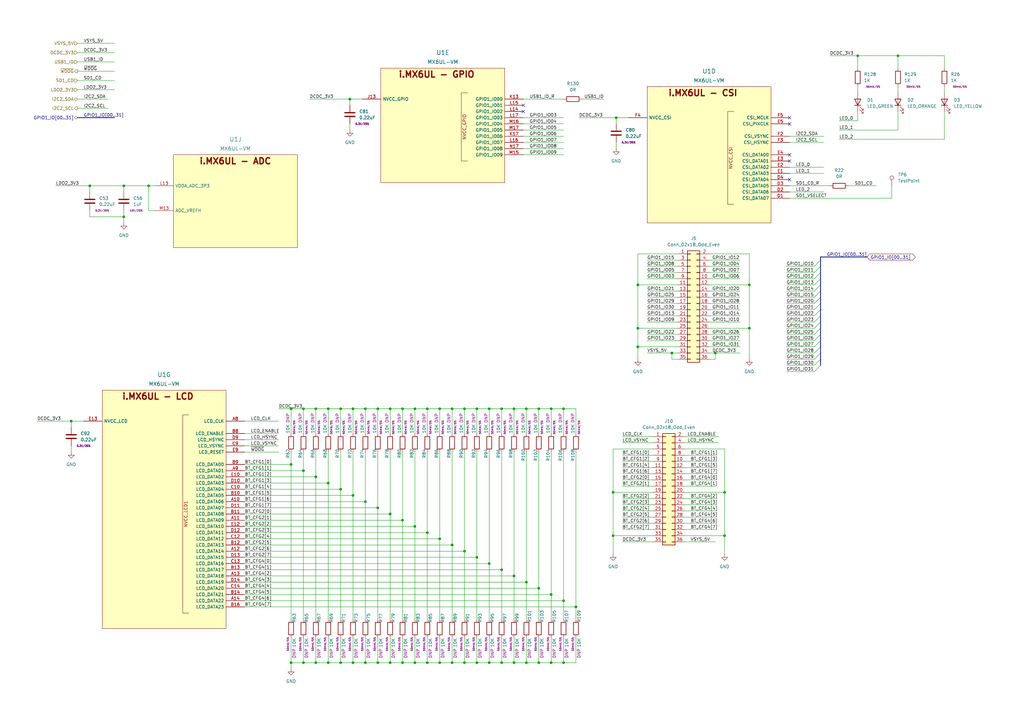
<source format=kicad_sch>
(kicad_sch (version 20211123) (generator eeschema)
  (paper "A3")
  (junction (at 307.34 116.84))
  (junction (at 195.58 271.78))
  (junction (at 154.94 271.78))
  (junction (at 139.7 200.66))
  (junction (at 210.82 271.78))
  (junction (at 231.14 246.38))
  (junction (at 251.46 201.93))
  (junction (at 215.9 167.64))
  (junction (at 139.7 167.64))
  (junction (at 293.37 144.78))
  (junction (at 185.42 167.64))
  (junction (at 351.79 22.86))
  (junction (at 134.62 167.64))
  (junction (at 215.9 271.78))
  (junction (at 275.59 144.78))
  (junction (at 124.46 167.64))
  (junction (at 175.26 271.78))
  (junction (at 143.51 40.64))
  (junction (at 124.46 271.78))
  (junction (at 261.62 134.62))
  (junction (at 170.18 271.78))
  (junction (at 200.66 271.78))
  (junction (at 180.34 220.98))
  (junction (at 226.06 167.64))
  (junction (at 149.86 167.64))
  (junction (at 139.7 271.78))
  (junction (at 185.42 223.52))
  (junction (at 160.02 167.64))
  (junction (at 220.98 271.78))
  (junction (at 231.14 271.78))
  (junction (at 205.74 167.64))
  (junction (at 251.46 219.71))
  (junction (at 144.78 203.2))
  (junction (at 144.78 167.64))
  (junction (at 297.18 201.93))
  (junction (at 226.06 243.84))
  (junction (at 185.42 271.78))
  (junction (at 149.86 271.78))
  (junction (at 200.66 167.64))
  (junction (at 190.5 271.78))
  (junction (at 195.58 167.64))
  (junction (at 215.9 238.76))
  (junction (at 180.34 271.78))
  (junction (at 261.62 116.84))
  (junction (at 205.74 233.68))
  (junction (at 165.1 213.36))
  (junction (at 175.26 218.44))
  (junction (at 252.73 48.26))
  (junction (at 180.34 167.64))
  (junction (at 210.82 167.64))
  (junction (at 119.38 190.5))
  (junction (at 165.1 271.78))
  (junction (at 170.18 167.64))
  (junction (at 231.14 167.64))
  (junction (at 170.18 215.9))
  (junction (at 368.3 22.86))
  (junction (at 200.66 231.14))
  (junction (at 129.54 271.78))
  (junction (at 220.98 167.64))
  (junction (at 220.98 241.3))
  (junction (at 129.54 195.58))
  (junction (at 154.94 208.28))
  (junction (at 144.78 271.78))
  (junction (at 195.58 228.6))
  (junction (at 165.1 167.64))
  (junction (at 160.02 271.78))
  (junction (at 210.82 236.22))
  (junction (at 50.8 76.2))
  (junction (at 261.62 142.24))
  (junction (at 36.83 76.2))
  (junction (at 149.86 205.74))
  (junction (at 190.5 167.64))
  (junction (at 160.02 210.82))
  (junction (at 134.62 198.12))
  (junction (at 60.96 76.2))
  (junction (at 29.21 172.72))
  (junction (at 134.62 271.78))
  (junction (at 50.8 88.9))
  (junction (at 175.26 167.64))
  (junction (at 190.5 226.06))
  (junction (at 154.94 167.64))
  (junction (at 307.34 134.62))
  (junction (at 119.38 271.78))
  (junction (at 119.38 167.64))
  (junction (at 205.74 271.78))
  (junction (at 226.06 271.78))
  (junction (at 129.54 167.64))
  (junction (at 236.22 248.92))
  (junction (at 297.18 219.71))
  (junction (at 124.46 193.04))
  (no_connect (at 323.85 48.26))
  (no_connect (at 323.85 50.8))
  (no_connect (at 323.85 73.66))
  (no_connect (at 323.85 63.5))
  (no_connect (at 323.85 66.04))
  (no_connect (at 214.63 45.72))
  (no_connect (at 214.63 43.18))
  (bus_entry (at 334.01 124.46) (size 2.54 -2.54))
  (bus_entry (at 334.01 116.84) (size 2.54 -2.54))
  (bus_entry (at 334.01 121.92) (size 2.54 -2.54))
  (bus_entry (at 334.01 119.38) (size 2.54 -2.54))
  (bus_entry (at 334.01 114.3) (size 2.54 -2.54))
  (bus_entry (at 334.01 111.76) (size 2.54 -2.54))
  (bus_entry (at 334.01 109.22) (size 2.54 -2.54))
  (bus_entry (at 334.01 127) (size 2.54 -2.54))
  (bus_entry (at 334.01 139.7) (size 2.54 -2.54))
  (bus_entry (at 334.01 137.16) (size 2.54 -2.54))
  (bus_entry (at 334.01 132.08) (size 2.54 -2.54))
  (bus_entry (at 334.01 129.54) (size 2.54 -2.54))
  (bus_entry (at 334.01 134.62) (size 2.54 -2.54))
  (bus_entry (at 334.01 144.78) (size 2.54 -2.54))
  (bus_entry (at 334.01 149.86) (size 2.54 -2.54))
  (bus_entry (at 334.01 142.24) (size 2.54 -2.54))
  (bus_entry (at 334.01 147.32) (size 2.54 -2.54))
  (bus_entry (at 334.01 152.4) (size 2.54 -2.54))
  (wire (pts (xy 280.67 217.17) (xy 293.37 217.17)))
  (wire (pts (xy 290.83 106.68) (xy 303.53 106.68)))
  (wire (pts (xy 175.26 185.42) (xy 175.26 218.44)))
  (wire (pts (xy 322.58 139.7) (xy 334.01 139.7)))
  (wire (pts (xy 252.73 48.26) (xy 257.81 48.26)))
  (wire (pts (xy 231.14 167.64) (xy 231.14 177.8)))
  (bus (pts (xy 355.6 105.41) (xy 336.55 105.41)))
  (wire (pts (xy 50.8 88.9) (xy 36.83 88.9)))
  (wire (pts (xy 36.83 88.9) (xy 36.83 86.36)))
  (wire (pts (xy 251.46 219.71) (xy 251.46 227.33)))
  (wire (pts (xy 185.42 271.78) (xy 190.5 271.78)))
  (wire (pts (xy 185.42 185.42) (xy 185.42 223.52)))
  (wire (pts (xy 139.7 185.42) (xy 139.7 200.66)))
  (wire (pts (xy 200.66 167.64) (xy 200.66 177.8)))
  (wire (pts (xy 100.33 246.38) (xy 231.14 246.38)))
  (wire (pts (xy 220.98 167.64) (xy 226.06 167.64)))
  (wire (pts (xy 351.79 45.72) (xy 351.79 49.53)))
  (wire (pts (xy 160.02 271.78) (xy 160.02 261.62)))
  (wire (pts (xy 261.62 104.14) (xy 261.62 116.84)))
  (wire (pts (xy 100.33 177.8) (xy 114.3 177.8)))
  (wire (pts (xy 100.33 210.82) (xy 160.02 210.82)))
  (wire (pts (xy 124.46 271.78) (xy 124.46 261.62)))
  (wire (pts (xy 149.86 271.78) (xy 149.86 261.62)))
  (wire (pts (xy 195.58 167.64) (xy 195.58 177.8)))
  (wire (pts (xy 255.27 212.09) (xy 267.97 212.09)))
  (wire (pts (xy 165.1 271.78) (xy 170.18 271.78)))
  (wire (pts (xy 31.75 33.02) (xy 46.99 33.02)))
  (wire (pts (xy 290.83 116.84) (xy 307.34 116.84)))
  (wire (pts (xy 280.67 199.39) (xy 293.37 199.39)))
  (wire (pts (xy 114.3 167.64) (xy 119.38 167.64)))
  (wire (pts (xy 100.33 218.44) (xy 175.26 218.44)))
  (wire (pts (xy 214.63 50.8) (xy 231.14 50.8)))
  (wire (pts (xy 119.38 271.78) (xy 119.38 274.32)))
  (wire (pts (xy 139.7 271.78) (xy 144.78 271.78)))
  (wire (pts (xy 278.13 147.32) (xy 275.59 147.32)))
  (wire (pts (xy 190.5 185.42) (xy 190.5 226.06)))
  (wire (pts (xy 214.63 58.42) (xy 231.14 58.42)))
  (wire (pts (xy 210.82 254) (xy 210.82 236.22)))
  (wire (pts (xy 231.14 167.64) (xy 236.22 167.64)))
  (wire (pts (xy 170.18 271.78) (xy 170.18 261.62)))
  (wire (pts (xy 180.34 254) (xy 180.34 220.98)))
  (wire (pts (xy 290.83 144.78) (xy 293.37 144.78)))
  (wire (pts (xy 149.86 185.42) (xy 149.86 205.74)))
  (wire (pts (xy 231.14 271.78) (xy 231.14 261.62)))
  (wire (pts (xy 322.58 127) (xy 334.01 127)))
  (wire (pts (xy 127 40.64) (xy 143.51 40.64)))
  (wire (pts (xy 322.58 132.08) (xy 334.01 132.08)))
  (wire (pts (xy 119.38 167.64) (xy 119.38 177.8)))
  (wire (pts (xy 180.34 167.64) (xy 180.34 177.8)))
  (wire (pts (xy 210.82 167.64) (xy 210.82 177.8)))
  (wire (pts (xy 322.58 109.22) (xy 334.01 109.22)))
  (wire (pts (xy 50.8 88.9) (xy 50.8 91.44)))
  (wire (pts (xy 50.8 86.36) (xy 50.8 88.9)))
  (wire (pts (xy 226.06 185.42) (xy 226.06 243.84)))
  (wire (pts (xy 100.33 213.36) (xy 165.1 213.36)))
  (wire (pts (xy 322.58 119.38) (xy 334.01 119.38)))
  (wire (pts (xy 22.86 76.2) (xy 36.83 76.2)))
  (wire (pts (xy 160.02 271.78) (xy 165.1 271.78)))
  (wire (pts (xy 175.26 167.64) (xy 180.34 167.64)))
  (wire (pts (xy 226.06 167.64) (xy 231.14 167.64)))
  (wire (pts (xy 190.5 167.64) (xy 190.5 177.8)))
  (wire (pts (xy 280.67 214.63) (xy 293.37 214.63)))
  (wire (pts (xy 236.22 167.64) (xy 236.22 177.8)))
  (wire (pts (xy 143.51 50.8) (xy 143.51 53.34)))
  (wire (pts (xy 255.27 196.85) (xy 267.97 196.85)))
  (wire (pts (xy 215.9 271.78) (xy 220.98 271.78)))
  (wire (pts (xy 231.14 254) (xy 231.14 246.38)))
  (wire (pts (xy 143.51 40.64) (xy 148.59 40.64)))
  (wire (pts (xy 280.67 222.25) (xy 293.37 222.25)))
  (wire (pts (xy 293.37 144.78) (xy 293.37 147.32)))
  (bus (pts (xy 31.75 48.26) (xy 46.99 48.26)))
  (wire (pts (xy 226.06 254) (xy 226.06 243.84)))
  (wire (pts (xy 144.78 167.64) (xy 144.78 177.8)))
  (wire (pts (xy 220.98 271.78) (xy 220.98 261.62)))
  (wire (pts (xy 290.83 129.54) (xy 303.53 129.54)))
  (wire (pts (xy 100.33 238.76) (xy 215.9 238.76)))
  (wire (pts (xy 220.98 271.78) (xy 226.06 271.78)))
  (wire (pts (xy 368.3 45.72) (xy 368.3 53.34)))
  (wire (pts (xy 144.78 271.78) (xy 144.78 261.62)))
  (wire (pts (xy 290.83 132.08) (xy 303.53 132.08)))
  (wire (pts (xy 226.06 167.64) (xy 226.06 177.8)))
  (bus (pts (xy 336.55 139.7) (xy 336.55 142.24)))
  (wire (pts (xy 226.06 271.78) (xy 231.14 271.78)))
  (wire (pts (xy 100.33 231.14) (xy 200.66 231.14)))
  (wire (pts (xy 129.54 185.42) (xy 129.54 195.58)))
  (wire (pts (xy 175.26 271.78) (xy 180.34 271.78)))
  (wire (pts (xy 215.9 167.64) (xy 215.9 177.8)))
  (wire (pts (xy 31.75 29.21) (xy 46.99 29.21)))
  (wire (pts (xy 154.94 167.64) (xy 154.94 177.8)))
  (wire (pts (xy 280.67 179.07) (xy 294.64 179.07)))
  (wire (pts (xy 280.67 186.69) (xy 293.37 186.69)))
  (wire (pts (xy 322.58 137.16) (xy 334.01 137.16)))
  (wire (pts (xy 29.21 182.88) (xy 29.21 185.42)))
  (wire (pts (xy 322.58 121.92) (xy 334.01 121.92)))
  (wire (pts (xy 190.5 271.78) (xy 195.58 271.78)))
  (wire (pts (xy 175.26 167.64) (xy 175.26 177.8)))
  (wire (pts (xy 280.67 219.71) (xy 297.18 219.71)))
  (wire (pts (xy 368.3 22.86) (xy 387.35 22.86)))
  (wire (pts (xy 265.43 132.08) (xy 278.13 132.08)))
  (wire (pts (xy 200.66 254) (xy 200.66 231.14)))
  (wire (pts (xy 280.67 194.31) (xy 293.37 194.31)))
  (wire (pts (xy 255.27 186.69) (xy 267.97 186.69)))
  (wire (pts (xy 119.38 261.62) (xy 119.38 271.78)))
  (wire (pts (xy 100.33 241.3) (xy 220.98 241.3)))
  (wire (pts (xy 255.27 217.17) (xy 267.97 217.17)))
  (wire (pts (xy 280.67 184.15) (xy 297.18 184.15)))
  (wire (pts (xy 195.58 185.42) (xy 195.58 228.6)))
  (wire (pts (xy 50.8 76.2) (xy 50.8 78.74)))
  (wire (pts (xy 255.27 181.61) (xy 267.97 181.61)))
  (wire (pts (xy 190.5 271.78) (xy 190.5 261.62)))
  (wire (pts (xy 214.63 55.88) (xy 231.14 55.88)))
  (wire (pts (xy 261.62 116.84) (xy 261.62 134.62)))
  (wire (pts (xy 280.67 201.93) (xy 297.18 201.93)))
  (wire (pts (xy 251.46 201.93) (xy 267.97 201.93)))
  (bus (pts (xy 336.55 106.68) (xy 336.55 109.22)))
  (wire (pts (xy 31.75 40.64) (xy 44.45 40.64)))
  (wire (pts (xy 100.33 200.66) (xy 139.7 200.66)))
  (wire (pts (xy 154.94 254) (xy 154.94 208.28)))
  (wire (pts (xy 344.17 49.53) (xy 351.79 49.53)))
  (wire (pts (xy 210.82 271.78) (xy 210.82 261.62)))
  (wire (pts (xy 31.75 21.59) (xy 46.99 21.59)))
  (wire (pts (xy 15.24 172.72) (xy 29.21 172.72)))
  (bus (pts (xy 336.55 105.41) (xy 336.55 106.68)))
  (wire (pts (xy 124.46 167.64) (xy 124.46 177.8)))
  (wire (pts (xy 100.33 203.2) (xy 144.78 203.2)))
  (wire (pts (xy 119.38 190.5) (xy 119.38 185.42)))
  (wire (pts (xy 144.78 271.78) (xy 149.86 271.78)))
  (wire (pts (xy 265.43 119.38) (xy 278.13 119.38)))
  (wire (pts (xy 149.86 167.64) (xy 154.94 167.64)))
  (bus (pts (xy 336.55 124.46) (xy 336.55 127)))
  (wire (pts (xy 290.83 142.24) (xy 303.53 142.24)))
  (wire (pts (xy 293.37 144.78) (xy 303.53 144.78)))
  (wire (pts (xy 129.54 254) (xy 129.54 195.58)))
  (wire (pts (xy 255.27 204.47) (xy 267.97 204.47)))
  (wire (pts (xy 231.14 185.42) (xy 231.14 246.38)))
  (wire (pts (xy 200.66 271.78) (xy 200.66 261.62)))
  (wire (pts (xy 31.75 36.83) (xy 46.99 36.83)))
  (wire (pts (xy 214.63 40.64) (xy 231.14 40.64)))
  (wire (pts (xy 100.33 223.52) (xy 185.42 223.52)))
  (wire (pts (xy 278.13 144.78) (xy 275.59 144.78)))
  (wire (pts (xy 149.86 167.64) (xy 149.86 177.8)))
  (wire (pts (xy 265.43 106.68) (xy 278.13 106.68)))
  (wire (pts (xy 154.94 271.78) (xy 160.02 271.78)))
  (wire (pts (xy 215.9 185.42) (xy 215.9 238.76)))
  (wire (pts (xy 205.74 185.42) (xy 205.74 233.68)))
  (wire (pts (xy 160.02 167.64) (xy 165.1 167.64)))
  (bus (pts (xy 336.55 119.38) (xy 336.55 121.92)))
  (wire (pts (xy 100.33 195.58) (xy 129.54 195.58)))
  (wire (pts (xy 323.85 81.28) (xy 365.76 81.28)))
  (wire (pts (xy 154.94 271.78) (xy 154.94 261.62)))
  (wire (pts (xy 387.35 57.15) (xy 387.35 45.72)))
  (wire (pts (xy 195.58 271.78) (xy 195.58 261.62)))
  (wire (pts (xy 290.83 109.22) (xy 303.53 109.22)))
  (wire (pts (xy 149.86 271.78) (xy 154.94 271.78)))
  (wire (pts (xy 251.46 201.93) (xy 251.46 219.71)))
  (wire (pts (xy 265.43 109.22) (xy 278.13 109.22)))
  (wire (pts (xy 190.5 254) (xy 190.5 226.06)))
  (wire (pts (xy 265.43 129.54) (xy 278.13 129.54)))
  (wire (pts (xy 205.74 271.78) (xy 210.82 271.78)))
  (wire (pts (xy 124.46 193.04) (xy 100.33 193.04)))
  (wire (pts (xy 347.98 76.2) (xy 359.41 76.2)))
  (wire (pts (xy 185.42 254) (xy 185.42 223.52)))
  (wire (pts (xy 200.66 185.42) (xy 200.66 231.14)))
  (bus (pts (xy 336.55 111.76) (xy 336.55 114.3)))
  (wire (pts (xy 322.58 124.46) (xy 334.01 124.46)))
  (wire (pts (xy 351.79 22.86) (xy 351.79 27.94)))
  (wire (pts (xy 322.58 129.54) (xy 334.01 129.54)))
  (wire (pts (xy 255.27 179.07) (xy 267.97 179.07)))
  (wire (pts (xy 351.79 22.86) (xy 368.3 22.86)))
  (wire (pts (xy 63.5 86.36) (xy 60.96 86.36)))
  (wire (pts (xy 60.96 76.2) (xy 60.96 86.36)))
  (wire (pts (xy 322.58 114.3) (xy 334.01 114.3)))
  (wire (pts (xy 323.85 55.88) (xy 337.82 55.88)))
  (wire (pts (xy 214.63 63.5) (xy 231.14 63.5)))
  (wire (pts (xy 144.78 185.42) (xy 144.78 203.2)))
  (wire (pts (xy 220.98 185.42) (xy 220.98 241.3)))
  (wire (pts (xy 100.33 182.88) (xy 114.3 182.88)))
  (wire (pts (xy 149.86 254) (xy 149.86 205.74)))
  (wire (pts (xy 180.34 185.42) (xy 180.34 220.98)))
  (wire (pts (xy 165.1 185.42) (xy 165.1 213.36)))
  (wire (pts (xy 205.74 167.64) (xy 210.82 167.64)))
  (wire (pts (xy 100.33 208.28) (xy 154.94 208.28)))
  (wire (pts (xy 160.02 185.42) (xy 160.02 210.82)))
  (wire (pts (xy 119.38 271.78) (xy 124.46 271.78)))
  (wire (pts (xy 275.59 144.78) (xy 275.59 147.32)))
  (bus (pts (xy 336.55 137.16) (xy 336.55 139.7)))
  (wire (pts (xy 160.02 254) (xy 160.02 210.82)))
  (wire (pts (xy 237.49 48.26) (xy 252.73 48.26)))
  (wire (pts (xy 261.62 142.24) (xy 278.13 142.24)))
  (wire (pts (xy 205.74 167.64) (xy 205.74 177.8)))
  (wire (pts (xy 175.26 254) (xy 175.26 218.44)))
  (wire (pts (xy 139.7 254) (xy 139.7 200.66)))
  (wire (pts (xy 344.17 57.15) (xy 387.35 57.15)))
  (bus (pts (xy 336.55 116.84) (xy 336.55 119.38)))
  (wire (pts (xy 255.27 199.39) (xy 267.97 199.39)))
  (wire (pts (xy 290.83 134.62) (xy 307.34 134.62)))
  (wire (pts (xy 265.43 124.46) (xy 278.13 124.46)))
  (wire (pts (xy 100.33 243.84) (xy 226.06 243.84)))
  (wire (pts (xy 307.34 104.14) (xy 307.34 116.84)))
  (wire (pts (xy 280.67 196.85) (xy 293.37 196.85)))
  (wire (pts (xy 261.62 134.62) (xy 278.13 134.62)))
  (wire (pts (xy 29.21 175.26) (xy 29.21 172.72)))
  (wire (pts (xy 307.34 134.62) (xy 307.34 147.32)))
  (wire (pts (xy 323.85 58.42) (xy 337.82 58.42)))
  (wire (pts (xy 185.42 167.64) (xy 190.5 167.64)))
  (wire (pts (xy 100.33 233.68) (xy 205.74 233.68)))
  (wire (pts (xy 210.82 185.42) (xy 210.82 236.22)))
  (wire (pts (xy 154.94 185.42) (xy 154.94 208.28)))
  (wire (pts (xy 100.33 228.6) (xy 195.58 228.6)))
  (wire (pts (xy 290.83 121.92) (xy 303.53 121.92)))
  (wire (pts (xy 322.58 147.32) (xy 334.01 147.32)))
  (wire (pts (xy 322.58 144.78) (xy 334.01 144.78)))
  (bus (pts (xy 336.55 144.78) (xy 336.55 147.32)))
  (wire (pts (xy 100.33 185.42) (xy 114.3 185.42)))
  (wire (pts (xy 220.98 254) (xy 220.98 241.3)))
  (wire (pts (xy 280.67 212.09) (xy 293.37 212.09)))
  (wire (pts (xy 170.18 167.64) (xy 170.18 177.8)))
  (wire (pts (xy 322.58 149.86) (xy 334.01 149.86)))
  (wire (pts (xy 124.46 167.64) (xy 129.54 167.64)))
  (wire (pts (xy 322.58 152.4) (xy 334.01 152.4)))
  (wire (pts (xy 255.27 214.63) (xy 267.97 214.63)))
  (wire (pts (xy 280.67 189.23) (xy 293.37 189.23)))
  (wire (pts (xy 170.18 167.64) (xy 175.26 167.64)))
  (wire (pts (xy 265.43 114.3) (xy 278.13 114.3)))
  (wire (pts (xy 31.75 17.78) (xy 46.99 17.78)))
  (wire (pts (xy 255.27 194.31) (xy 267.97 194.31)))
  (wire (pts (xy 368.3 22.86) (xy 368.3 27.94)))
  (wire (pts (xy 368.3 35.56) (xy 368.3 38.1)))
  (wire (pts (xy 214.63 60.96) (xy 231.14 60.96)))
  (wire (pts (xy 251.46 184.15) (xy 251.46 201.93)))
  (wire (pts (xy 290.83 139.7) (xy 303.53 139.7)))
  (wire (pts (xy 144.78 167.64) (xy 149.86 167.64)))
  (wire (pts (xy 214.63 48.26) (xy 231.14 48.26)))
  (wire (pts (xy 100.33 172.72) (xy 114.3 172.72)))
  (wire (pts (xy 323.85 78.74) (xy 337.82 78.74)))
  (wire (pts (xy 185.42 271.78) (xy 185.42 261.62)))
  (wire (pts (xy 297.18 219.71) (xy 297.18 227.33)))
  (wire (pts (xy 160.02 167.64) (xy 160.02 177.8)))
  (wire (pts (xy 215.9 271.78) (xy 215.9 261.62)))
  (wire (pts (xy 290.83 114.3) (xy 303.53 114.3)))
  (wire (pts (xy 261.62 134.62) (xy 261.62 142.24)))
  (wire (pts (xy 365.76 76.2) (xy 365.76 81.28)))
  (wire (pts (xy 165.1 167.64) (xy 165.1 177.8)))
  (wire (pts (xy 100.33 215.9) (xy 170.18 215.9)))
  (wire (pts (xy 290.83 147.32) (xy 293.37 147.32)))
  (wire (pts (xy 175.26 271.78) (xy 175.26 261.62)))
  (wire (pts (xy 236.22 248.92) (xy 236.22 254)))
  (wire (pts (xy 129.54 167.64) (xy 134.62 167.64)))
  (wire (pts (xy 100.33 220.98) (xy 180.34 220.98)))
  (wire (pts (xy 280.67 207.01) (xy 293.37 207.01)))
  (wire (pts (xy 210.82 167.64) (xy 215.9 167.64)))
  (wire (pts (xy 261.62 116.84) (xy 278.13 116.84)))
  (wire (pts (xy 119.38 254) (xy 119.38 190.5)))
  (wire (pts (xy 134.62 167.64) (xy 134.62 177.8)))
  (wire (pts (xy 265.43 127) (xy 278.13 127)))
  (wire (pts (xy 165.1 254) (xy 165.1 213.36)))
  (wire (pts (xy 251.46 219.71) (xy 267.97 219.71)))
  (wire (pts (xy 255.27 189.23) (xy 267.97 189.23)))
  (wire (pts (xy 134.62 185.42) (xy 134.62 198.12)))
  (bus (pts (xy 336.55 132.08) (xy 336.55 134.62)))
  (bus (pts (xy 336.55 134.62) (xy 336.55 137.16)))
  (wire (pts (xy 29.21 172.72) (xy 34.29 172.72)))
  (wire (pts (xy 170.18 254) (xy 170.18 215.9)))
  (bus (pts (xy 336.55 127) (xy 336.55 129.54)))
  (wire (pts (xy 154.94 167.64) (xy 160.02 167.64)))
  (wire (pts (xy 180.34 271.78) (xy 180.34 261.62)))
  (wire (pts (xy 100.33 226.06) (xy 190.5 226.06)))
  (wire (pts (xy 205.74 271.78) (xy 205.74 261.62)))
  (wire (pts (xy 134.62 271.78) (xy 134.62 261.62)))
  (wire (pts (xy 214.63 53.34) (xy 231.14 53.34)))
  (wire (pts (xy 195.58 167.64) (xy 200.66 167.64)))
  (wire (pts (xy 323.85 68.58) (xy 337.82 68.58)))
  (wire (pts (xy 143.51 43.18) (xy 143.51 40.64)))
  (wire (pts (xy 252.73 58.42) (xy 252.73 60.96)))
  (wire (pts (xy 190.5 167.64) (xy 195.58 167.64)))
  (wire (pts (xy 297.18 201.93) (xy 297.18 219.71)))
  (wire (pts (xy 129.54 271.78) (xy 129.54 261.62)))
  (wire (pts (xy 200.66 167.64) (xy 205.74 167.64)))
  (wire (pts (xy 280.67 209.55) (xy 293.37 209.55)))
  (wire (pts (xy 265.43 121.92) (xy 278.13 121.92)))
  (wire (pts (xy 170.18 185.42) (xy 170.18 215.9)))
  (wire (pts (xy 297.18 184.15) (xy 297.18 201.93)))
  (wire (pts (xy 280.67 191.77) (xy 293.37 191.77)))
  (wire (pts (xy 255.27 191.77) (xy 267.97 191.77)))
  (bus (pts (xy 336.55 114.3) (xy 336.55 116.84)))
  (wire (pts (xy 180.34 167.64) (xy 185.42 167.64)))
  (wire (pts (xy 323.85 71.12) (xy 337.82 71.12)))
  (bus (pts (xy 336.55 121.92) (xy 336.55 124.46)))
  (wire (pts (xy 170.18 271.78) (xy 175.26 271.78)))
  (wire (pts (xy 220.98 167.64) (xy 220.98 177.8)))
  (wire (pts (xy 119.38 167.64) (xy 124.46 167.64)))
  (wire (pts (xy 387.35 22.86) (xy 387.35 27.94)))
  (bus (pts (xy 336.55 147.32) (xy 336.55 149.86)))
  (wire (pts (xy 340.36 22.86) (xy 351.79 22.86)))
  (wire (pts (xy 236.22 185.42) (xy 236.22 248.92)))
  (wire (pts (xy 322.58 134.62) (xy 334.01 134.62)))
  (wire (pts (xy 226.06 271.78) (xy 226.06 261.62)))
  (wire (pts (xy 238.76 40.64) (xy 247.65 40.64)))
  (wire (pts (xy 205.74 254) (xy 205.74 233.68)))
  (wire (pts (xy 322.58 111.76) (xy 334.01 111.76)))
  (wire (pts (xy 134.62 254) (xy 134.62 198.12)))
  (wire (pts (xy 261.62 104.14) (xy 278.13 104.14)))
  (wire (pts (xy 290.83 111.76) (xy 303.53 111.76)))
  (wire (pts (xy 124.46 185.42) (xy 124.46 193.04)))
  (wire (pts (xy 387.35 35.56) (xy 387.35 38.1)))
  (wire (pts (xy 180.34 271.78) (xy 185.42 271.78)))
  (wire (pts (xy 139.7 167.64) (xy 139.7 177.8)))
  (wire (pts (xy 195.58 254) (xy 195.58 228.6)))
  (wire (pts (xy 275.59 144.78) (xy 265.43 144.78)))
  (wire (pts (xy 290.83 124.46) (xy 303.53 124.46)))
  (wire (pts (xy 261.62 142.24) (xy 261.62 147.32)))
  (wire (pts (xy 134.62 167.64) (xy 139.7 167.64)))
  (wire (pts (xy 323.85 76.2) (xy 340.36 76.2)))
  (wire (pts (xy 251.46 184.15) (xy 267.97 184.15)))
  (wire (pts (xy 255.27 222.25) (xy 267.97 222.25)))
  (wire (pts (xy 322.58 116.84) (xy 334.01 116.84)))
  (wire (pts (xy 134.62 271.78) (xy 139.7 271.78)))
  (wire (pts (xy 100.33 236.22) (xy 210.82 236.22)))
  (wire (pts (xy 255.27 209.55) (xy 267.97 209.55)))
  (wire (pts (xy 255.27 207.01) (xy 267.97 207.01)))
  (bus (pts (xy 336.55 109.22) (xy 336.55 111.76)))
  (wire (pts (xy 200.66 271.78) (xy 205.74 271.78)))
  (wire (pts (xy 165.1 271.78) (xy 165.1 261.62)))
  (wire (pts (xy 231.14 271.78) (xy 236.22 271.78)))
  (wire (pts (xy 344.17 53.34) (xy 368.3 53.34)))
  (wire (pts (xy 215.9 254) (xy 215.9 238.76)))
  (wire (pts (xy 129.54 167.64) (xy 129.54 177.8)))
  (wire (pts (xy 124.46 254) (xy 124.46 193.04)))
  (wire (pts (xy 144.78 254) (xy 144.78 203.2)))
  (wire (pts (xy 351.79 35.56) (xy 351.79 38.1)))
  (wire (pts (xy 139.7 271.78) (xy 139.7 261.62)))
  (wire (pts (xy 31.75 25.4) (xy 46.99 25.4)))
  (wire (pts (xy 139.7 167.64) (xy 144.78 167.64)))
  (wire (pts (xy 63.5 76.2) (xy 60.96 76.2)))
  (wire (pts (xy 50.8 76.2) (xy 36.83 76.2)))
  (wire (pts (xy 36.83 76.2) (xy 36.83 78.74)))
  (wire (pts (xy 60.96 76.2) (xy 50.8 76.2)))
  (wire (pts (xy 290.83 137.16) (xy 303.53 137.16)))
  (wire (pts (xy 215.9 167.64) (xy 220.98 167.64)))
  (bus (pts (xy 336.55 129.54) (xy 336.55 132.08)))
  (wire (pts (xy 124.46 271.78) (xy 129.54 271.78)))
  (wire (pts (xy 290.83 104.14) (xy 307.34 104.14)))
  (wire (pts (xy 195.58 271.78) (xy 200.66 271.78)))
  (wire (pts (xy 165.1 167.64) (xy 170.18 167.64)))
  (wire (pts (xy 290.83 127) (xy 303.53 127)))
  (wire (pts (xy 252.73 50.8) (xy 252.73 48.26)))
  (wire (pts (xy 185.42 167.64) (xy 185.42 177.8)))
  (wire (pts (xy 290.83 119.38) (xy 303.53 119.38)))
  (wire (pts (xy 280.67 204.47) (xy 293.37 204.47)))
  (wire (pts (xy 280.67 181.61) (xy 294.64 181.61)))
  (wire (pts (xy 31.75 44.45) (xy 44.45 44.45)))
  (wire (pts (xy 236.22 271.78) (xy 236.22 261.62)))
  (wire (pts (xy 307.34 116.84) (xy 307.34 134.62)))
  (wire (pts (xy 265.43 111.76) (xy 278.13 111.76)))
  (wire (pts (xy 100.33 180.34) (xy 114.3 180.34)))
  (wire (pts (xy 210.82 271.78) (xy 215.9 271.78)))
  (wire (pts (xy 265.43 139.7) (xy 278.13 139.7)))
  (wire (pts (xy 129.54 271.78) (xy 134.62 271.78)))
  (wire (pts (xy 100.33 205.74) (xy 149.86 205.74)))
  (wire (pts (xy 100.33 190.5) (xy 119.38 190.5)))
  (wire (pts (xy 265.43 137.16) (xy 278.13 137.16)))
  (wire (pts (xy 100.33 248.92) (xy 236.22 248.92)))
  (wire (pts (xy 322.58 142.24) (xy 334.01 142.24)))
  (wire (pts (xy 100.33 198.12) (xy 134.62 198.12)))
  (bus (pts (xy 336.55 142.24) (xy 336.55 144.78)))
  (label "GPIO1_IO10" (at 292.1 132.08 0))
  (label "LED_1" (at 344.17 53.34 0))
  (label "GPIO1_IO09" (at 265.43 132.08 0))
  (label "GPIO1_IO24" (at 292.1 121.92 0))
  (label "GPIO1_IO23" (at 265.43 139.7 0))
  (label "GPIO1_IO03" (at 217.17 48.26 0))
  (label "GPIO1_IO27" (at 322.58 142.24 0))
  (label "GPIO1_IO14" (at 322.58 119.38 0))
  (label "BT_CFG2[5]" (at 255.27 212.09 0))
  (label "BT_CFG2[6]" (at 100.33 226.06 0))
  (label "LED_2" (at 326.39 78.74 0))
  (label "DCDC_3V3" (at 340.36 22.86 0))
  (label "GPIO1_IO24" (at 322.58 134.62 0))
  (label "GPIO1_IO30" (at 322.58 149.86 0))
  (label "GPIO1_IO22" (at 322.58 129.54 0))
  (label "SD1_CD_R" (at 326.39 76.2 0))
  (label "GPIO1_IO20" (at 322.58 124.46 0))
  (label "LED_2" (at 344.17 57.15 0))
  (label "GPIO1_IO13" (at 322.58 116.84 0))
  (label "BT_CFG1[2]" (at 255.27 189.23 0))
  (label "BT_CFG4[6]" (at 283.21 214.63 0))
  (label "USB1_ID_R" (at 217.17 40.64 0))
  (label "BT_CFG1[4]" (at 100.33 200.66 0))
  (label "BT_CFG4[0]" (at 283.21 196.85 0))
  (label "GPIO1_IO30" (at 265.43 127 0))
  (label "GPIO1_IO11" (at 292.1 127 0))
  (label "BT_CFG2[3]" (at 255.27 207.01 0))
  (label "BT_CFG1[0]" (at 100.33 190.5 0))
  (label "BT_CFG4[2]" (at 283.21 204.47 0))
  (label "GPIO1_IO21" (at 265.43 119.38 0))
  (label "GPIO1_IO11" (at 322.58 111.76 0))
  (label "I2C2_SCL" (at 326.39 58.42 0))
  (label "BT_CFG4[7]" (at 100.33 248.92 0))
  (label "BT_CFG4[2]" (at 100.33 236.22 0))
  (label "BT_CFG2[7]" (at 100.33 228.6 0))
  (label "GPIO1_IO12" (at 322.58 114.3 0))
  (label "BT_CFG4[1]" (at 100.33 233.68 0))
  (label "GPIO1_IO29" (at 322.58 147.32 0))
  (label "GPIO1_IO20" (at 292.1 119.38 0))
  (label "GPIO1_IO29" (at 265.43 124.46 0))
  (label "GPIO1_IO04" (at 292.1 109.22 0))
  (label "GPIO1_IO13" (at 265.43 129.54 0))
  (label "USB1_ID" (at 34.29 25.4 0))
  (label "BT_CFG4[5]" (at 100.33 243.84 0))
  (label "BT_CFG2[7]" (at 255.27 217.17 0))
  (label "~{WDOG}" (at 34.29 29.21 0))
  (label "BT_CFG4[3]" (at 100.33 238.76 0))
  (label "BT_CFG2[4]" (at 100.33 220.98 0))
  (label "BT_CFG1[6]" (at 100.33 205.74 0))
  (label "BT_CFG1[5]" (at 100.33 203.2 0))
  (label "GPIO1_IO09" (at 217.17 63.5 0))
  (label "BT_CFG4[7]" (at 283.21 217.17 0))
  (label "BT_CFG2[1]" (at 255.27 199.39 0))
  (label "BT_CFG1[2]" (at 100.33 195.58 0))
  (label "GPIO1_IO15" (at 265.43 106.68 0))
  (label "GPIO1_IO31" (at 292.1 142.24 0))
  (label "GPIO1_IO12" (at 292.1 106.68 0))
  (label "GPIO1_IO23" (at 322.58 132.08 0))
  (label "LCD_HSYNC" (at 102.87 180.34 0))
  (label "BT_CFG4[5]" (at 283.21 212.09 0))
  (label "GPIO1_IO14" (at 292.1 129.54 0))
  (label "BT_CFG2[0]" (at 255.27 196.85 0))
  (label "BT_CFG2[2]" (at 255.27 204.47 0))
  (label "GPIO1_IO28" (at 322.58 144.78 0))
  (label "BT_CFG2[0]" (at 100.33 210.82 0))
  (label "GPIO1_IO22" (at 265.43 137.16 0))
  (label "VSYS_5V" (at 265.43 144.78 0))
  (label "GPIO1_IO31" (at 322.58 152.4 0))
  (label "GPIO1_IO08" (at 217.17 60.96 0))
  (label "BT_CFG2[4]" (at 255.27 209.55 0))
  (label "SD1_CD" (at 34.29 33.02 0))
  (label "DCDC_3V3" (at 15.24 172.72 0))
  (label "LED_0" (at 344.17 49.53 0))
  (label "GPIO1_IO26" (at 292.1 137.16 0))
  (label "SD1_VSELECT" (at 326.39 81.28 0))
  (label "BT_CFG1[1]" (at 283.21 186.69 0))
  (label "BT_CFG1[7]" (at 100.33 208.28 0))
  (label "GPIO1_IO05" (at 217.17 53.34 0))
  (label "BT_CFG2[3]" (at 100.33 218.44 0))
  (label "GPIO1_IO05" (at 265.43 111.76 0))
  (label "BT_CFG1[1]" (at 100.33 193.04 0))
  (label "GPIO1_IO25" (at 322.58 137.16 0))
  (label "LED_1" (at 326.39 71.12 0))
  (label "~{WDOG}" (at 102.87 185.42 0))
  (label "BT_CFG1[4]" (at 255.27 191.77 0))
  (label "I2C2_SDA" (at 34.29 40.64 0))
  (label "GPIO1_IO25" (at 265.43 121.92 0))
  (label "LCD_CLK" (at 102.87 172.72 0))
  (label "LDO2_3V3" (at 22.86 76.2 0))
  (label "SD1_CD" (at 350.52 76.2 0))
  (label "BT_CFG4[0]" (at 100.33 231.14 0))
  (label "GPIO1_IO06" (at 217.17 55.88 0))
  (label "I2C2_SCL" (at 34.29 44.45 0))
  (label "BT_CFG1[7]" (at 283.21 194.31 0))
  (label "BT_CFG2[2]" (at 100.33 215.9 0))
  (label "LCD_CLK" (at 255.27 179.07 0))
  (label "LCD_VSYNC" (at 102.87 182.88 0))
  (label "BT_CFG4[6]" (at 100.33 246.38 0))
  (label "BT_CFG1[5]" (at 283.21 191.77 0))
  (label "LCD_ENABLE" (at 281.94 179.07 0))
  (label "I2C2_SDA" (at 326.39 55.88 0))
  (label "BT_CFG4[1]" (at 283.21 199.39 0))
  (label "DCDC_3V3" (at 127 40.64 0))
  (label "GPIO1_IO03" (at 265.43 114.3 0))
  (label "LCD_VSYNC" (at 255.27 181.61 0))
  (label "GPIO1_IO07" (at 292.1 111.76 0))
  (label "LCD_ENABLE" (at 102.87 177.8 0))
  (label "DCDC_3V3" (at 237.49 48.26 0))
  (label "BT_CFG4[4]" (at 100.33 241.3 0))
  (label "LDO2_3V3" (at 34.29 36.83 0))
  (label "GPIO1_IO07" (at 217.17 58.42 0))
  (label "GPIO1_IO27" (at 292.1 139.7 0))
  (label "GPIO1_IO26" (at 322.58 139.7 0))
  (label "DCDC_3V3" (at 292.1 144.78 0))
  (label "BT_CFG4[3]" (at 283.21 207.01 0))
  (label "USB1_ID" (at 247.65 40.64 180))
  (label "VSYS_5V" (at 283.21 222.25 0))
  (label "DCDC_3V3" (at 114.3 167.64 0))
  (label "GPIO1_IO06" (at 292.1 114.3 0))
  (label "GPIO1_IO08" (at 265.43 109.22 0))
  (label "BT_CFG1[3]" (at 100.33 198.12 0))
  (label "BT_CFG1[0]" (at 255.27 186.69 0))
  (label "BT_CFG1[3]" (at 283.21 189.23 0))
  (label "LCD_HSYNC" (at 281.94 181.61 0))
  (label "GPIO1_IO15" (at 322.58 121.92 0))
  (label "GPIO1_IO[00..31]" (at 339.09 105.41 0))
  (label "GPIO1_IO10" (at 322.58 109.22 0))
  (label "VSYS_5V" (at 34.29 17.78 0))
  (label "DCDC_3V3" (at 34.29 21.59 0))
  (label "GPIO1_IO04" (at 217.17 50.8 0))
  (label "GPIO1_IO28" (at 292.1 124.46 0))
  (label "GPIO1_IO21" (at 322.58 127 0))
  (label "BT_CFG4[4]" (at 283.21 209.55 0))
  (label "DCDC_3V3" (at 255.27 222.25 0))
  (label "BT_CFG2[6]" (at 255.27 214.63 0))
  (label "BT_CFG2[1]" (at 100.33 213.36 0))
  (label "LED_0" (at 326.39 68.58 0))
  (label "BT_CFG2[5]" (at 100.33 223.52 0))
  (label "GPIO1_IO[00..31]" (at 34.29 48.26 0))
  (label "BT_CFG1[6]" (at 255.27 194.31 0))
  (global_label "GPIO1_IO[00..31]" (shape bidirectional) (at 355.6 105.41 0) (property "Intersheet References" "${INTERSHEET_REFS}" (effects hide)))
  (hierarchical_label "DCDC_3V3" (shape input) (at 31.75 21.59 180))
  (hierarchical_label "LDO2_3V3" (shape input) (at 31.75 36.83 180))
  (hierarchical_label "~{WDOG}" (shape output) (at 31.75 29.21 180))
  (hierarchical_label "I2C2_SDA" (shape bidirectional) (at 31.75 40.64 180))
  (hierarchical_label "VSYS_5V" (shape input) (at 31.75 17.78 180))
  (hierarchical_label "USB1_ID" (shape input) (at 31.75 25.4 180))
  (hierarchical_label "GPIO1_IO[00..31]" (shape bidirectional) (at 31.75 48.26 180))
  (hierarchical_label "I2C2_SCL" (shape output) (at 31.75 44.45 180))
  (hierarchical_label "SD1_CD" (shape input) (at 31.75 33.02 180))
  (symbol (lib_id "Device:R") (at 210.82 257.81 180) (unit 1)
    (property "Reference" "R99" (at 212.09 251.46 90) (effects (justify left)))
    (property "Value" "10K" (at 212.09 261.62 90) (effects (justify left)))
    (property "Footprint" "Resistor_SMD:R_0402_1005Metric" (effects hide))
    (property "Rating" "50mW/5%" (at 209.55 264.16 90) (effects (font (size 0.762 0.762))))
    (property "DNP" "DNP" (at 212.09 267.97 90))
    (property "DigiKey_PN" "311-10KJRCT-ND" (effects hide))
    (property "MPN" "RC0402JR-0710KL" (effects hide))
  )
  (symbol (lib_id "Device:R") (at 205.74 181.61 0) (unit 1)
    (property "Reference" "R96" (at 204.47 187.96 90) (effects (justify left)))
    (property "Value" "10K" (at 204.47 177.8 90) (effects (justify left)))
    (property "Footprint" "Resistor_SMD:R_0402_1005Metric" (effects hide))
    (property "Rating" "50mW/5%" (at 207.01 175.26 90) (effects (font (size 0.762 0.762))))
    (property "DNP" "DNP" (at 204.47 171.45 90))
    (property "DigiKey_PN" "311-10KJRCT-ND" (effects hide))
    (property "MPN" "RC0402JR-0710KL" (effects hide))
  )
  (symbol (lib_id "power:GND") (at 143.51 53.34 0) (unit 1)
    (property "Reference" "#PWR0165" (effects hide))
    (property "Value" "GND" (at 143.51 58.42 0))
  )
  (symbol (lib_id "power:GND") (at 252.73 60.96 0) (unit 1)
    (property "Reference" "#PWR0162" (effects hide))
    (property "Value" "GND" (at 252.73 66.04 0))
  )
  (symbol (lib_id "Device:R") (at 236.22 181.61 0) (unit 1)
    (property "Reference" "R108" (at 234.95 189.23 90) (effects (justify left)))
    (property "Value" "10K" (at 234.95 177.8 90) (effects (justify left)))
    (property "Footprint" "Resistor_SMD:R_0402_1005Metric" (effects hide))
    (property "Rating" "50mW/5%" (at 237.49 175.26 90) (effects (font (size 0.762 0.762))))
    (property "DNP" "DNP" (at 234.95 171.45 90))
    (property "DigiKey_PN" "311-10KJRCT-ND" (effects hide))
    (property "MPN" "RC0402JR-0710KL" (effects hide))
  )
  (symbol (lib_id "Connector:TestPoint") (at 365.76 76.2 0) (unit 1)
    (property "Reference" "TP6" (at 368.3 71.6279 0) (effects (justify left)))
    (property "Value" "TestPoint" (at 368.3 74.1679 0) (effects (justify left)))
    (property "Footprint" "TestPoint:TestPoint_Pad_D1.0mm" (effects hide))
  )
  (symbol (lib_id "Device:R") (at 119.38 181.61 0) (unit 1)
    (property "Reference" "R62" (at 118.11 187.96 90) (effects (justify left)))
    (property "Value" "10K" (at 118.11 177.8 90) (effects (justify left)))
    (property "Footprint" "Resistor_SMD:R_0402_1005Metric" (effects hide))
    (property "Rating" "50mW/5%" (at 120.65 175.26 90) (effects (font (size 0.762 0.762))))
    (property "DNP" "DNP" (at 118.11 171.45 90))
    (property "DigiKey_PN" "311-10KJRCT-ND" (effects hide))
    (property "MPN" "RC0402JR-0710KL" (effects hide))
  )
  (symbol (lib_id "Device:R") (at 175.26 257.81 180) (unit 1)
    (property "Reference" "R85" (at 176.53 251.46 90) (effects (justify left)))
    (property "Value" "10K" (at 176.53 261.62 90) (effects (justify left)))
    (property "Footprint" "Resistor_SMD:R_0402_1005Metric" (effects hide))
    (property "Rating" "50mW/5%" (at 173.99 264.16 90) (effects (font (size 0.762 0.762))))
    (property "DNP" "DNP" (at 176.53 267.97 90))
    (property "DigiKey_PN" "311-10KJRCT-ND" (effects hide))
    (property "MPN" "RC0402JR-0710KL" (effects hide))
  )
  (symbol (lib_id "Device:R") (at 165.1 257.81 180) (unit 1)
    (property "Reference" "R81" (at 166.37 251.46 90) (effects (justify left)))
    (property "Value" "10K" (at 166.37 261.62 90) (effects (justify left)))
    (property "Footprint" "Resistor_SMD:R_0402_1005Metric" (effects hide))
    (property "Rating" "50mW/5%" (at 163.83 264.16 90) (effects (font (size 0.762 0.762))))
    (property "DNP" "DNP" (at 166.37 267.97 90))
    (property "DigiKey_PN" "311-10KJRCT-ND" (effects hide))
    (property "MPN" "RC0402JR-0710KL" (effects hide))
  )
  (symbol (lib_id "Device:R") (at 154.94 181.61 0) (unit 1)
    (property "Reference" "R76" (at 153.67 187.96 90) (effects (justify left)))
    (property "Value" "10K" (at 153.67 177.8 90) (effects (justify left)))
    (property "Footprint" "Resistor_SMD:R_0402_1005Metric" (effects hide))
    (property "Rating" "50mW/5%" (at 156.21 175.26 90) (effects (font (size 0.762 0.762))))
    (property "DNP" "DNP" (at 153.67 171.45 90))
    (property "DigiKey_PN" "311-10KJRCT-ND" (effects hide))
    (property "MPN" "RC0402JR-0710KL" (effects hide))
  )
  (symbol (lib_id "Device:LED") (at 368.3 41.91 90) (unit 1)
    (property "Reference" "D2" (at 372.11 41.0208 90) (effects (justify right)))
    (property "Value" "LED_ORANGE" (at 372.11 43.5608 90) (effects (justify right)))
    (property "Footprint" "LED_SMD:LED_0603_1608Metric" (effects hide))
    (property "DigiKey_PN" "511-1583-1-ND" (effects hide))
    (property "MPN" "SML-E12D8WT86" (effects hide))
  )
  (symbol (lib_id "Device:R") (at 220.98 181.61 0) (unit 1)
    (property "Reference" "R102" (at 219.71 189.23 90) (effects (justify left)))
    (property "Value" "10K" (at 219.71 177.8 90) (effects (justify left)))
    (property "Footprint" "Resistor_SMD:R_0402_1005Metric" (effects hide))
    (property "Rating" "50mW/5%" (at 222.25 175.26 90) (effects (font (size 0.762 0.762))))
    (property "DNP" "DNP" (at 219.71 171.45 90))
    (property "DigiKey_PN" "311-10KJRCT-ND" (effects hide))
    (property "MPN" "RC0402JR-0710KL" (effects hide))
  )
  (symbol (lib_id "Device:C") (at 143.51 46.99 0) (unit 1)
    (property "Reference" "C81" (at 147.32 45.7199 0) (effects (justify left)))
    (property "Value" "0.22uF" (at 147.32 48.2599 0) (effects (justify left)))
    (property "Footprint" "Capacitor_SMD:C_0201_0603Metric" (effects hide))
    (property "Rating" "6.3V/20%" (at 148.59 50.8 0) (effects (font (size 0.762 0.762))))
    (property "DigiKey_PN" "490-10392-1-ND" (effects hide))
    (property "MPN" "GRM033C80J224KE90D" (effects hide))
  )
  (symbol (lib_id "qsbc-zero:MX6UL-VM") (at 290.83 35.56 0) (unit 4)
    (property "Reference" "U1" (at 290.83 29.21 0) (effects (font (size 1.778 1.778))))
    (property "Value" "MX6UL-VM" (at 290.83 33.02 0) (effects (font (size 1.524 1.524))))
    (property "Footprint" "qsbc-zero:SOT1534-2" (effects hide))
    (property "DigiKey_PN" "568-14995-ND" (effects hide))
    (property "MPN" "MCIMX6Y2DVM09AB" (effects hide))
  )
  (symbol (lib_id "Device:R") (at 387.35 31.75 0) (unit 1)
    (property "Reference" "R26" (at 389.89 30.4799 0) (effects (justify left)))
    (property "Value" "1K" (at 389.89 33.0199 0) (effects (justify left)))
    (property "Footprint" "Resistor_SMD:R_0402_1005Metric" (effects hide))
    (property "Rating" "50mW/5%" (at 393.7 35.56 0) (effects (font (size 0.762 0.762))))
    (property "DigiKey_PN" "311-1.0KJRCT-ND" (effects hide))
    (property "MPN" "RC0402JR-071KL" (effects hide))
  )
  (symbol (lib_id "Device:R") (at 134.62 181.61 0) (unit 1)
    (property "Reference" "R68" (at 133.35 187.96 90) (effects (justify left)))
    (property "Value" "10K" (at 133.35 177.8 90) (effects (justify left)))
    (property "Footprint" "Resistor_SMD:R_0402_1005Metric" (effects hide))
    (property "Rating" "50mW/5%" (at 135.89 175.26 90) (effects (font (size 0.762 0.762))))
    (property "DNP" "DNP" (at 133.35 171.45 90))
    (property "DigiKey_PN" "311-10KJRCT-ND" (effects hide))
    (property "MPN" "RC0402JR-0710KL" (effects hide))
  )
  (symbol (lib_id "Connector_Generic:Conn_02x18_Odd_Even") (at 283.21 124.46 0) (unit 1)
    (property "Reference" "J5" (at 284.48 97.79 0))
    (property "Value" "Conn_02x18_Odd_Even" (at 284.48 100.33 0))
    (property "Footprint" "Connector_PinHeader_2.54mm:PinHeader_2x18_P2.54mm_Vertical" (effects hide))
    (property "DigiKey_PN" "S2011EC-18-ND" (effects hide))
    (property "MPN" "PRPC018DAAN-RC" (effects hide))
  )
  (symbol (lib_id "Device:R") (at 195.58 257.81 180) (unit 1)
    (property "Reference" "R93" (at 196.85 251.46 90) (effects (justify left)))
    (property "Value" "10K" (at 196.85 261.62 90) (effects (justify left)))
    (property "Footprint" "Resistor_SMD:R_0402_1005Metric" (effects hide))
    (property "Rating" "50mW/5%" (at 194.31 264.16 90) (effects (font (size 0.762 0.762))))
    (property "DNP" "DNP" (at 196.85 267.97 90))
    (property "DigiKey_PN" "311-10KJRCT-ND" (effects hide))
    (property "MPN" "RC0402JR-0710KL" (effects hide))
  )
  (symbol (lib_id "Device:R") (at 165.1 181.61 0) (unit 1)
    (property "Reference" "R80" (at 163.83 187.96 90) (effects (justify left)))
    (property "Value" "10K" (at 163.83 177.8 90) (effects (justify left)))
    (property "Footprint" "Resistor_SMD:R_0402_1005Metric" (effects hide))
    (property "Rating" "50mW/5%" (at 166.37 175.26 90) (effects (font (size 0.762 0.762))))
    (property "DNP" "DNP" (at 163.83 171.45 90))
    (property "DigiKey_PN" "311-10KJRCT-ND" (effects hide))
    (property "MPN" "RC0402JR-0710KL" (effects hide))
  )
  (symbol (lib_id "Device:R") (at 226.06 257.81 180) (unit 1)
    (property "Reference" "R105" (at 227.33 250.19 90) (effects (justify left)))
    (property "Value" "10K" (at 227.33 261.62 90) (effects (justify left)))
    (property "Footprint" "Resistor_SMD:R_0402_1005Metric" (effects hide))
    (property "Rating" "50mW/5%" (at 224.79 264.16 90) (effects (font (size 0.762 0.762))))
    (property "DNP" "DNP" (at 227.33 267.97 90))
    (property "DigiKey_PN" "311-10KJRCT-ND" (effects hide))
    (property "MPN" "RC0402JR-0710KL" (effects hide))
  )
  (symbol (lib_id "Device:R") (at 175.26 181.61 0) (unit 1)
    (property "Reference" "R84" (at 173.99 187.96 90) (effects (justify left)))
    (property "Value" "10K" (at 173.99 177.8 90) (effects (justify left)))
    (property "Footprint" "Resistor_SMD:R_0402_1005Metric" (effects hide))
    (property "Rating" "50mW/5%" (at 176.53 175.26 90) (effects (font (size 0.762 0.762))))
    (property "DNP" "DNP" (at 173.99 171.45 90))
    (property "DigiKey_PN" "311-10KJRCT-ND" (effects hide))
    (property "MPN" "RC0402JR-0710KL" (effects hide))
  )
  (symbol (lib_id "Device:R") (at 236.22 257.81 180) (unit 1)
    (property "Reference" "R109" (at 237.49 250.19 90) (effects (justify left)))
    (property "Value" "10K" (at 237.49 261.62 90) (effects (justify left)))
    (property "Footprint" "Resistor_SMD:R_0402_1005Metric" (effects hide))
    (property "Rating" "50mW/5%" (at 234.95 264.16 90) (effects (font (size 0.762 0.762))))
    (property "DNP" "DNP" (at 237.49 267.97 90))
    (property "DigiKey_PN" "311-10KJRCT-ND" (effects hide))
    (property "MPN" "RC0402JR-0710KL" (effects hide))
  )
  (symbol (lib_id "power:GND") (at 261.62 147.32 0) (unit 1)
    (property "Reference" "#PWR0159" (effects hide))
    (property "Value" "GND" (at 261.62 152.4 0))
  )
  (symbol (lib_id "Device:R") (at 220.98 257.81 180) (unit 1)
    (property "Reference" "R103" (at 222.25 250.19 90) (effects (justify left)))
    (property "Value" "10K" (at 222.25 261.62 90) (effects (justify left)))
    (property "Footprint" "Resistor_SMD:R_0402_1005Metric" (effects hide))
    (property "Rating" "50mW/5%" (at 219.71 264.16 90) (effects (font (size 0.762 0.762))))
    (property "DNP" "DNP" (at 222.25 267.97 90))
    (property "DigiKey_PN" "311-10KJRCT-ND" (effects hide))
    (property "MPN" "RC0402JR-0710KL" (effects hide))
  )
  (symbol (lib_id "Device:R") (at 129.54 181.61 0) (unit 1)
    (property "Reference" "R66" (at 128.27 187.96 90) (effects (justify left)))
    (property "Value" "10K" (at 128.27 177.8 90) (effects (justify left)))
    (property "Footprint" "Resistor_SMD:R_0402_1005Metric" (effects hide))
    (property "Rating" "50mW/5%" (at 130.81 175.26 90) (effects (font (size 0.762 0.762))))
    (property "DNP" "DNP" (at 128.27 171.45 90))
    (property "DigiKey_PN" "311-10KJRCT-ND" (effects hide))
    (property "MPN" "RC0402JR-0710KL" (effects hide))
  )
  (symbol (lib_id "Device:R") (at 185.42 181.61 0) (unit 1)
    (property "Reference" "R88" (at 184.15 187.96 90) (effects (justify left)))
    (property "Value" "10K" (at 184.15 177.8 90) (effects (justify left)))
    (property "Footprint" "Resistor_SMD:R_0402_1005Metric" (effects hide))
    (property "Rating" "50mW/5%" (at 186.69 175.26 90) (effects (font (size 0.762 0.762))))
    (property "DNP" "DNP" (at 184.15 171.45 90))
    (property "DigiKey_PN" "311-10KJRCT-ND" (effects hide))
    (property "MPN" "RC0402JR-0710KL" (effects hide))
  )
  (symbol (lib_id "Device:R") (at 180.34 257.81 180) (unit 1)
    (property "Reference" "R87" (at 181.61 251.46 90) (effects (justify left)))
    (property "Value" "10K" (at 181.61 261.62 90) (effects (justify left)))
    (property "Footprint" "Resistor_SMD:R_0402_1005Metric" (effects hide))
    (property "Rating" "50mW/5%" (at 179.07 264.16 90) (effects (font (size 0.762 0.762))))
    (property "DNP" "DNP" (at 181.61 267.97 90))
    (property "DigiKey_PN" "311-10KJRCT-ND" (effects hide))
    (property "MPN" "RC0402JR-0710KL" (effects hide))
  )
  (symbol (lib_id "Device:R") (at 170.18 181.61 0) (unit 1)
    (property "Reference" "R82" (at 168.91 187.96 90) (effects (justify left)))
    (property "Value" "10K" (at 168.91 177.8 90) (effects (justify left)))
    (property "Footprint" "Resistor_SMD:R_0402_1005Metric" (effects hide))
    (property "Rating" "50mW/5%" (at 171.45 175.26 90) (effects (font (size 0.762 0.762))))
    (property "DNP" "DNP" (at 168.91 171.45 90))
    (property "DigiKey_PN" "311-10KJRCT-ND" (effects hide))
    (property "MPN" "RC0402JR-0710KL" (effects hide))
  )
  (symbol (lib_id "Device:R") (at 124.46 181.61 0) (unit 1)
    (property "Reference" "R64" (at 123.19 187.96 90) (effects (justify left)))
    (property "Value" "10K" (at 123.19 177.8 90) (effects (justify left)))
    (property "Footprint" "Resistor_SMD:R_0402_1005Metric" (effects hide))
    (property "Rating" "50mW/5%" (at 125.73 175.26 90) (effects (font (size 0.762 0.762))))
    (property "DNP" "DNP" (at 123.19 171.45 90))
    (property "DigiKey_PN" "311-10KJRCT-ND" (effects hide))
    (property "MPN" "RC0402JR-0710KL" (effects hide))
  )
  (symbol (lib_id "Device:R") (at 124.46 257.81 180) (unit 1)
    (property "Reference" "R65" (at 125.73 251.46 90) (effects (justify left)))
    (property "Value" "10K" (at 125.73 261.62 90) (effects (justify left)))
    (property "Footprint" "Resistor_SMD:R_0402_1005Metric" (effects hide))
    (property "Rating" "50mW/5%" (at 123.19 264.16 90) (effects (font (size 0.762 0.762))))
    (property "DNP" "DNP" (at 125.73 267.97 90))
    (property "DigiKey_PN" "311-10KJRCT-ND" (effects hide))
    (property "MPN" "RC0402JR-0710KL" (effects hide))
  )
  (symbol (lib_id "Device:R") (at 190.5 257.81 180) (unit 1)
    (property "Reference" "R91" (at 191.77 251.46 90) (effects (justify left)))
    (property "Value" "10K" (at 191.77 261.62 90) (effects (justify left)))
    (property "Footprint" "Resistor_SMD:R_0402_1005Metric" (effects hide))
    (property "Rating" "50mW/5%" (at 189.23 264.16 90) (effects (font (size 0.762 0.762))))
    (property "DNP" "DNP" (at 191.77 267.97 90))
    (property "DigiKey_PN" "311-10KJRCT-ND" (effects hide))
    (property "MPN" "RC0402JR-0710KL" (effects hide))
  )
  (symbol (lib_id "Device:R") (at 190.5 181.61 0) (unit 1)
    (property "Reference" "R90" (at 189.23 187.96 90) (effects (justify left)))
    (property "Value" "10K" (at 189.23 177.8 90) (effects (justify left)))
    (property "Footprint" "Resistor_SMD:R_0402_1005Metric" (effects hide))
    (property "Rating" "50mW/5%" (at 191.77 175.26 90) (effects (font (size 0.762 0.762))))
    (property "DNP" "DNP" (at 189.23 171.45 90))
    (property "DigiKey_PN" "311-10KJRCT-ND" (effects hide))
    (property "MPN" "RC0402JR-0710KL" (effects hide))
  )
  (symbol (lib_id "power:GND") (at 50.8 91.44 0) (unit 1)
    (property "Reference" "#PWR0163" (effects hide))
    (property "Value" "GND" (at 50.8 96.52 0))
  )
  (symbol (lib_id "Device:R") (at 149.86 181.61 0) (unit 1)
    (property "Reference" "R74" (at 148.59 187.96 90) (effects (justify left)))
    (property "Value" "10K" (at 148.59 177.8 90) (effects (justify left)))
    (property "Footprint" "Resistor_SMD:R_0402_1005Metric" (effects hide))
    (property "Rating" "50mW/5%" (at 151.13 175.26 90) (effects (font (size 0.762 0.762))))
    (property "DNP" "DNP" (at 148.59 171.45 90))
    (property "DigiKey_PN" "311-10KJRCT-ND" (effects hide))
    (property "MPN" "RC0402JR-0710KL" (effects hide))
  )
  (symbol (lib_id "Device:R") (at 144.78 257.81 180) (unit 1)
    (property "Reference" "R73" (at 146.05 251.46 90) (effects (justify left)))
    (property "Value" "10K" (at 146.05 261.62 90) (effects (justify left)))
    (property "Footprint" "Resistor_SMD:R_0402_1005Metric" (effects hide))
    (property "Rating" "50mW/5%" (at 143.51 264.16 90) (effects (font (size 0.762 0.762))))
    (property "DNP" "DNP" (at 146.05 267.97 90))
    (property "DigiKey_PN" "311-10KJRCT-ND" (effects hide))
    (property "MPN" "RC0402JR-0710KL" (effects hide))
  )
  (symbol (lib_id "Device:R") (at 139.7 257.81 180) (unit 1)
    (property "Reference" "R71" (at 140.97 251.46 90) (effects (justify left)))
    (property "Value" "10K" (at 140.97 261.62 90) (effects (justify left)))
    (property "Footprint" "Resistor_SMD:R_0402_1005Metric" (effects hide))
    (property "Rating" "50mW/5%" (at 138.43 264.16 90) (effects (font (size 0.762 0.762))))
    (property "DNP" "DNP" (at 140.97 267.97 90))
    (property "DigiKey_PN" "311-10KJRCT-ND" (effects hide))
    (property "MPN" "RC0402JR-0710KL" (effects hide))
  )
  (symbol (lib_id "Device:R") (at 200.66 181.61 0) (unit 1)
    (property "Reference" "R94" (at 199.39 187.96 90) (effects (justify left)))
    (property "Value" "10K" (at 199.39 177.8 90) (effects (justify left)))
    (property "Footprint" "Resistor_SMD:R_0402_1005Metric" (effects hide))
    (property "Rating" "50mW/5%" (at 201.93 175.26 90) (effects (font (size 0.762 0.762))))
    (property "DNP" "DNP" (at 199.39 171.45 90))
    (property "DigiKey_PN" "311-10KJRCT-ND" (effects hide))
    (property "MPN" "RC0402JR-0710KL" (effects hide))
  )
  (symbol (lib_id "Device:C") (at 29.21 179.07 0) (unit 1)
    (property "Reference" "C92" (at 33.02 177.7999 0) (effects (justify left)))
    (property "Value" "0.22uF" (at 33.02 180.3399 0) (effects (justify left)))
    (property "Footprint" "Capacitor_SMD:C_0201_0603Metric" (effects hide))
    (property "Rating" "6.3V/20%" (at 34.29 182.88 0) (effects (font (size 0.762 0.762))))
    (property "DigiKey_PN" "490-10392-1-ND" (effects hide))
    (property "MPN" "GRM033C80J224KE90D" (effects hide))
  )
  (symbol (lib_id "Device:R") (at 149.86 257.81 180) (unit 1)
    (property "Reference" "R75" (at 151.13 251.46 90) (effects (justify left)))
    (property "Value" "10K" (at 151.13 261.62 90) (effects (justify left)))
    (property "Footprint" "Resistor_SMD:R_0402_1005Metric" (effects hide))
    (property "Rating" "50mW/5%" (at 148.59 264.16 90) (effects (font (size 0.762 0.762))))
    (property "DNP" "DNP" (at 151.13 267.97 90))
    (property "DigiKey_PN" "311-10KJRCT-ND" (effects hide))
    (property "MPN" "RC0402JR-0710KL" (effects hide))
  )
  (symbol (lib_id "Device:R") (at 234.95 40.64 90) (unit 1)
    (property "Reference" "R130" (at 234.95 34.29 90))
    (property "Value" "0R" (at 234.95 36.83 90))
    (property "Footprint" "Resistor_SMD:R_0402_1005Metric" (effects hide))
    (property "DigiKey_PN" "311-0.0LRCT-ND" (effects hide))
    (property "MPN" "RC0402FR-070RL" (effects hide))
  )
  (symbol (lib_id "Device:C") (at 252.73 54.61 0) (unit 1)
    (property "Reference" "C80" (at 256.54 53.3399 0) (effects (justify left)))
    (property "Value" "0.22uF" (at 256.54 55.8799 0) (effects (justify left)))
    (property "Footprint" "Capacitor_SMD:C_0201_0603Metric" (effects hide))
    (property "Rating" "6.3V/20%" (at 257.81 58.42 0) (effects (font (size 0.762 0.762))))
    (property "DigiKey_PN" "490-10392-1-ND" (effects hide))
    (property "MPN" "GRM033C80J224KE90D" (effects hide))
  )
  (symbol (lib_id "Device:R") (at 195.58 181.61 0) (unit 1)
    (property "Reference" "R92" (at 194.31 187.96 90) (effects (justify left)))
    (property "Value" "10K" (at 194.31 177.8 90) (effects (justify left)))
    (property "Footprint" "Resistor_SMD:R_0402_1005Metric" (effects hide))
    (property "Rating" "50mW/5%" (at 196.85 175.26 90) (effects (font (size 0.762 0.762))))
    (property "DNP" "DNP" (at 194.31 171.45 90))
    (property "DigiKey_PN" "311-10KJRCT-ND" (effects hide))
    (property "MPN" "RC0402JR-0710KL" (effects hide))
  )
  (symbol (lib_id "Device:R") (at 210.82 181.61 0) (unit 1)
    (property "Reference" "R98" (at 209.55 187.96 90) (effects (justify left)))
    (property "Value" "10K" (at 209.55 177.8 90) (effects (justify left)))
    (property "Footprint" "Resistor_SMD:R_0402_1005Metric" (effects hide))
    (property "Rating" "50mW/5%" (at 212.09 175.26 90) (effects (font (size 0.762 0.762))))
    (property "DNP" "DNP" (at 209.55 171.45 90))
    (property "DigiKey_PN" "311-10KJRCT-ND" (effects hide))
    (property "MPN" "RC0402JR-0710KL" (effects hide))
  )
  (symbol (lib_id "power:GND") (at 251.46 227.33 0) (unit 1)
    (property "Reference" "#PWR0168" (effects hide))
    (property "Value" "GND" (at 251.46 232.41 0))
  )
  (symbol (lib_id "Device:R") (at 215.9 181.61 0) (unit 1)
    (property "Reference" "R100" (at 214.63 189.23 90) (effects (justify left)))
    (property "Value" "10K" (at 214.63 177.8 90) (effects (justify left)))
    (property "Footprint" "Resistor_SMD:R_0402_1005Metric" (effects hide))
    (property "Rating" "50mW/5%" (at 217.17 175.26 90) (effects (font (size 0.762 0.762))))
    (property "DNP" "DNP" (at 214.63 171.45 90))
    (property "DigiKey_PN" "311-10KJRCT-ND" (effects hide))
    (property "MPN" "RC0402JR-0710KL" (effects hide))
  )
  (symbol (lib_id "Device:R") (at 144.78 181.61 0) (unit 1)
    (property "Reference" "R72" (at 143.51 187.96 90) (effects (justify left)))
    (property "Value" "10K" (at 143.51 177.8 90) (effects (justify left)))
    (property "Footprint" "Resistor_SMD:R_0402_1005Metric" (effects hide))
    (property "Rating" "50mW/5%" (at 146.05 175.26 90) (effects (font (size 0.762 0.762))))
    (property "DNP" "DNP" (at 143.51 171.45 90))
    (property "DigiKey_PN" "311-10KJRCT-ND" (effects hide))
    (property "MPN" "RC0402JR-0710KL" (effects hide))
  )
  (symbol (lib_id "Device:R") (at 170.18 257.81 180) (unit 1)
    (property "Reference" "R83" (at 171.45 251.46 90) (effects (justify left)))
    (property "Value" "10K" (at 171.45 261.62 90) (effects (justify left)))
    (property "Footprint" "Resistor_SMD:R_0402_1005Metric" (effects hide))
    (property "Rating" "50mW/5%" (at 168.91 264.16 90) (effects (font (size 0.762 0.762))))
    (property "DNP" "DNP" (at 171.45 267.97 90))
    (property "DigiKey_PN" "311-10KJRCT-ND" (effects hide))
    (property "MPN" "RC0402JR-0710KL" (effects hide))
  )
  (symbol (lib_id "Device:R") (at 185.42 257.81 180) (unit 1)
    (property "Reference" "R89" (at 186.69 251.46 90) (effects (justify left)))
    (property "Value" "10K" (at 186.69 261.62 90) (effects (justify left)))
    (property "Footprint" "Resistor_SMD:R_0402_1005Metric" (effects hide))
    (property "Rating" "50mW/5%" (at 184.15 264.16 90) (effects (font (size 0.762 0.762))))
    (property "DNP" "DNP" (at 186.69 267.97 90))
    (property "DigiKey_PN" "311-10KJRCT-ND" (effects hide))
    (property "MPN" "RC0402JR-0710KL" (effects hide))
  )
  (symbol (lib_id "Device:R") (at 231.14 181.61 0) (unit 1)
    (property "Reference" "R106" (at 229.87 189.23 90) (effects (justify left)))
    (property "Value" "10K" (at 229.87 177.8 90) (effects (justify left)))
    (property "Footprint" "Resistor_SMD:R_0402_1005Metric" (effects hide))
    (property "Rating" "50mW/5%" (at 232.41 175.26 90) (effects (font (size 0.762 0.762))))
    (property "DNP" "DNP" (at 229.87 171.45 90))
    (property "DigiKey_PN" "311-10KJRCT-ND" (effects hide))
    (property "MPN" "RC0402JR-0710KL" (effects hide))
  )
  (symbol (lib_id "Device:C") (at 36.83 82.55 0) (unit 1)
    (property "Reference" "C53" (at 40.64 81.2799 0) (effects (justify left)))
    (property "Value" "0.22uF" (at 40.64 83.8199 0) (effects (justify left)))
    (property "Footprint" "Capacitor_SMD:C_0201_0603Metric" (effects hide))
    (property "Rating" "6.3V/20%" (at 41.91 86.36 0) (effects (font (size 0.762 0.762))))
    (property "DigiKey_PN" "490-10392-1-ND" (effects hide))
    (property "MPN" "GRM033C80J224KE90D" (effects hide))
  )
  (symbol (lib_id "Device:R") (at 205.74 257.81 180) (unit 1)
    (property "Reference" "R97" (at 207.01 251.46 90) (effects (justify left)))
    (property "Value" "10K" (at 207.01 261.62 90) (effects (justify left)))
    (property "Footprint" "Resistor_SMD:R_0402_1005Metric" (effects hide))
    (property "Rating" "50mW/5%" (at 204.47 264.16 90) (effects (font (size 0.762 0.762))))
    (property "DNP" "DNP" (at 207.01 267.97 90))
    (property "DigiKey_PN" "311-10KJRCT-ND" (effects hide))
    (property "MPN" "RC0402JR-0710KL" (effects hide))
  )
  (symbol (lib_id "qsbc-zero:MX6UL-VM") (at 181.61 27.94 0) (unit 5)
    (property "Reference" "U1" (at 181.61 21.59 0) (effects (font (size 1.778 1.778))))
    (property "Value" "MX6UL-VM" (at 181.61 25.4 0) (effects (font (size 1.524 1.524))))
    (property "Footprint" "qsbc-zero:SOT1534-2" (effects hide))
    (property "DigiKey_PN" "568-14995-ND" (effects hide))
    (property "MPN" "MCIMX6Y2DVM09AB" (effects hide))
  )
  (symbol (lib_id "Device:LED") (at 351.79 41.91 90) (unit 1)
    (property "Reference" "D1" (at 355.6 41.0208 90) (effects (justify right)))
    (property "Value" "LED_GREEN" (at 355.6 43.5608 90) (effects (justify right)))
    (property "Footprint" "LED_SMD:LED_0603_1608Metric" (effects hide))
    (property "DigiKey_PN" "511-1578-1-ND" (effects hide))
    (property "MPN" "SML-D12M8WT86" (effects hide))
  )
  (symbol (lib_id "Device:R") (at 344.17 76.2 90) (unit 1)
    (property "Reference" "R22" (at 344.17 69.85 90))
    (property "Value" "0R" (at 344.17 72.39 90))
    (property "Footprint" "Resistor_SMD:R_0402_1005Metric" (effects hide))
    (property "DigiKey_PN" "311-0.0LRCT-ND" (effects hide))
    (property "MPN" "RC0402FR-070RL" (effects hide))
  )
  (symbol (lib_id "power:GND") (at 297.18 227.33 0) (mirror y) (unit 1)
    (property "Reference" "#PWR0116" (effects hide))
    (property "Value" "GND" (at 297.18 232.41 0))
  )
  (symbol (lib_id "qsbc-zero:MX6UL-VM") (at 67.31 160.02 0) (unit 7)
    (property "Reference" "U1" (at 67.31 153.67 0) (effects (font (size 1.778 1.778))))
    (property "Value" "MX6UL-VM" (at 67.31 157.48 0) (effects (font (size 1.524 1.524))))
    (property "Footprint" "qsbc-zero:SOT1534-2" (effects hide))
    (property "DigiKey_PN" "568-14995-ND" (effects hide))
    (property "MPN" "MCIMX6Y2DVM09AB" (effects hide))
  )
  (symbol (lib_id "qsbc-zero:MX6UL-VM") (at 96.52 63.5 0) (unit 10)
    (property "Reference" "U1" (at 93.98 57.15 0) (effects (font (size 1.778 1.778)) (justify left)))
    (property "Value" "MX6UL-VM" (at 90.17 60.96 0) (effects (font (size 1.524 1.524)) (justify left)))
    (property "Footprint" "qsbc-zero:SOT1534-2" (effects hide))
    (property "DigiKey_PN" "568-14995-ND" (effects hide))
    (property "MPN" "MCIMX6Y2DVM09AB" (effects hide))
  )
  (symbol (lib_id "Device:R") (at 368.3 31.75 0) (unit 1)
    (property "Reference" "R129" (at 370.84 30.4799 0) (effects (justify left)))
    (property "Value" "1K" (at 370.84 33.0199 0) (effects (justify left)))
    (property "Footprint" "Resistor_SMD:R_0402_1005Metric" (effects hide))
    (property "Rating" "50mW/5%" (at 374.65 35.56 0) (effects (font (size 0.762 0.762))))
    (property "DigiKey_PN" "311-1.0KJRCT-ND" (effects hide))
    (property "MPN" "RC0402JR-071KL" (effects hide))
  )
  (symbol (lib_id "Connector_Generic:Conn_02x18_Odd_Even") (at 273.05 199.39 0) (unit 1)
    (property "Reference" "J10" (at 274.32 172.72 0))
    (property "Value" "Conn_02x18_Odd_Even" (at 274.32 175.26 0))
    (property "Footprint" "Connector_PinHeader_2.54mm:PinHeader_2x18_P2.54mm_Vertical" (effects hide))
    (property "DigiKey_PN" "S2011EC-18-ND" (effects hide))
    (property "MPN" "PRPC018DAAN-RC" (effects hide))
  )
  (symbol (lib_id "Device:R") (at 139.7 181.61 0) (unit 1)
    (property "Reference" "R70" (at 138.43 187.96 90) (effects (justify left)))
    (property "Value" "10K" (at 138.43 177.8 90) (effects (justify left)))
    (property "Footprint" "Resistor_SMD:R_0402_1005Metric" (effects hide))
    (property "Rating" "50mW/5%" (at 140.97 175.26 90) (effects (font (size 0.762 0.762))))
    (property "DNP" "DNP" (at 138.43 171.45 90))
    (property "DigiKey_PN" "311-10KJRCT-ND" (effects hide))
    (property "MPN" "RC0402JR-0710KL" (effects hide))
  )
  (symbol (lib_id "Device:R") (at 154.94 257.81 180) (unit 1)
    (property "Reference" "R77" (at 156.21 251.46 90) (effects (justify left)))
    (property "Value" "10K" (at 156.21 261.62 90) (effects (justify left)))
    (property "Footprint" "Resistor_SMD:R_0402_1005Metric" (effects hide))
    (property "Rating" "50mW/5%" (at 153.67 264.16 90) (effects (font (size 0.762 0.762))))
    (property "DNP" "DNP" (at 156.21 267.97 90))
    (property "DigiKey_PN" "311-10KJRCT-ND" (effects hide))
    (property "MPN" "RC0402JR-0710KL" (effects hide))
  )
  (symbol (lib_id "Device:R") (at 134.62 257.81 180) (unit 1)
    (property "Reference" "R69" (at 135.89 251.46 90) (effects (justify left)))
    (property "Value" "10K" (at 135.89 261.62 90) (effects (justify left)))
    (property "Footprint" "Resistor_SMD:R_0402_1005Metric" (effects hide))
    (property "Rating" "50mW/5%" (at 133.35 264.16 90) (effects (font (size 0.762 0.762))))
    (property "DNP" "DNP" (at 135.89 267.97 90))
    (property "DigiKey_PN" "311-10KJRCT-ND" (effects hide))
    (property "MPN" "RC0402JR-0710KL" (effects hide))
  )
  (symbol (lib_id "Device:R") (at 160.02 257.81 180) (unit 1)
    (property "Reference" "R79" (at 161.29 251.46 90) (effects (justify left)))
    (property "Value" "10K" (at 161.29 261.62 90) (effects (justify left)))
    (property "Footprint" "Resistor_SMD:R_0402_1005Metric" (effects hide))
    (property "Rating" "50mW/5%" (at 158.75 264.16 90) (effects (font (size 0.762 0.762))))
    (property "DNP" "DNP" (at 161.29 267.97 90))
    (property "DigiKey_PN" "311-10KJRCT-ND" (effects hide))
    (property "MPN" "RC0402JR-0710KL" (effects hide))
  )
  (symbol (lib_id "Device:C") (at 50.8 82.55 0) (unit 1)
    (property "Reference" "C56" (at 54.61 81.2799 0) (effects (justify left)))
    (property "Value" "1uF" (at 54.61 83.8199 0) (effects (justify left)))
    (property "Footprint" "Capacitor_SMD:C_0402_1005Metric" (effects hide))
    (property "Rating" "10V/20%" (at 55.88 86.36 0) (effects (font (size 0.762 0.762))))
    (property "DigiKey_PN" "490-13409-1-ND" (effects hide))
    (property "MPN" "GCM155C71A105KE38D" (effects hide))
  )
  (symbol (lib_id "power:GND") (at 307.34 147.32 0) (mirror y) (unit 1)
    (property "Reference" "#PWR0118" (effects hide))
    (property "Value" "GND" (at 307.34 152.4 0))
  )
  (symbol (lib_id "Device:R") (at 160.02 181.61 0) (unit 1)
    (property "Reference" "R78" (at 158.75 187.96 90) (effects (justify left)))
    (property "Value" "10K" (at 158.75 177.8 90) (effects (justify left)))
    (property "Footprint" "Resistor_SMD:R_0402_1005Metric" (effects hide))
    (property "Rating" "50mW/5%" (at 161.29 175.26 90) (effects (font (size 0.762 0.762))))
    (property "DNP" "DNP" (at 158.75 171.45 90))
    (property "DigiKey_PN" "311-10KJRCT-ND" (effects hide))
    (property "MPN" "RC0402JR-0710KL" (effects hide))
  )
  (symbol (lib_id "Device:R") (at 129.54 257.81 180) (unit 1)
    (property "Reference" "R67" (at 130.81 251.46 90) (effects (justify left)))
    (property "Value" "10K" (at 130.81 261.62 90) (effects (justify left)))
    (property "Footprint" "Resistor_SMD:R_0402_1005Metric" (effects hide))
    (property "Rating" "50mW/5%" (at 128.27 264.16 90) (effects (font (size 0.762 0.762))))
    (property "DNP" "DNP" (at 130.81 267.97 90))
    (property "DigiKey_PN" "311-10KJRCT-ND" (effects hide))
    (property "MPN" "RC0402JR-0710KL" (effects hide))
  )
  (symbol (lib_id "Device:R") (at 226.06 181.61 0) (unit 1)
    (property "Reference" "R104" (at 224.79 189.23 90) (effects (justify left)))
    (property "Value" "10K" (at 224.79 177.8 90) (effects (justify left)))
    (property "Footprint" "Resistor_SMD:R_0402_1005Metric" (effects hide))
    (property "Rating" "50mW/5%" (at 227.33 175.26 90) (effects (font (size 0.762 0.762))))
    (property "DNP" "DNP" (at 224.79 171.45 90))
    (property "DigiKey_PN" "311-10KJRCT-ND" (effects hide))
    (property "MPN" "RC0402JR-0710KL" (effects hide))
  )
  (symbol (lib_id "Device:R") (at 119.38 257.81 180) (unit 1)
    (property "Reference" "R63" (at 120.65 251.46 90) (effects (justify left)))
    (property "Value" "10K" (at 120.65 261.62 90) (effects (justify left)))
    (property "Footprint" "Resistor_SMD:R_0402_1005Metric" (effects hide))
    (property "Rating" "50mW/5%" (at 118.11 264.16 90) (effects (font (size 0.762 0.762))))
    (property "DNP" "DNP" (at 120.65 267.97 90))
    (property "DigiKey_PN" "311-10KJRCT-ND" (effects hide))
    (property "MPN" "RC0402JR-0710KL" (effects hide))
  )
  (symbol (lib_id "power:GND") (at 119.38 274.32 0) (unit 1)
    (property "Reference" "#PWR0166" (effects hide))
    (property "Value" "GND" (at 119.38 279.4 0))
  )
  (symbol (lib_id "Device:R") (at 215.9 257.81 180) (unit 1)
    (property "Reference" "R101" (at 217.17 250.19 90) (effects (justify left)))
    (property "Value" "10K" (at 217.17 261.62 90) (effects (justify left)))
    (property "Footprint" "Resistor_SMD:R_0402_1005Metric" (effects hide))
    (property "Rating" "50mW/5%" (at 214.63 264.16 90) (effects (font (size 0.762 0.762))))
    (property "DNP" "DNP" (at 217.17 267.97 90))
    (property "DigiKey_PN" "311-10KJRCT-ND" (effects hide))
    (property "MPN" "RC0402JR-0710KL" (effects hide))
  )
  (symbol (lib_id "Device:LED") (at 387.35 41.91 90) (unit 1)
    (property "Reference" "D3" (at 391.16 41.0208 90) (effects (justify right)))
    (property "Value" "LED_YELLOW" (at 391.16 43.5608 90) (effects (justify right)))
    (property "Footprint" "LED_SMD:LED_0603_1608Metric" (effects hide))
    (property "DigiKey_PN" "511-1588-1-ND" (effects hide))
    (property "MPN" "SML-E12Y8WT86" (effects hide))
  )
  (symbol (lib_id "Device:R") (at 200.66 257.81 180) (unit 1)
    (property "Reference" "R95" (at 201.93 251.46 90) (effects (justify left)))
    (property "Value" "10K" (at 201.93 261.62 90) (effects (justify left)))
    (property "Footprint" "Resistor_SMD:R_0402_1005Metric" (effects hide))
    (property "Rating" "50mW/5%" (at 199.39 264.16 90) (effects (font (size 0.762 0.762))))
    (property "DNP" "DNP" (at 201.93 267.97 90))
    (property "DigiKey_PN" "311-10KJRCT-ND" (effects hide))
    (property "MPN" "RC0402JR-0710KL" (effects hide))
  )
  (symbol (lib_id "Device:R") (at 231.14 257.81 180) (unit 1)
    (property "Reference" "R107" (at 232.41 250.19 90) (effects (justify left)))
    (property "Value" "10K" (at 232.41 261.62 90) (effects (justify left)))
    (property "Footprint" "Resistor_SMD:R_0402_1005Metric" (effects hide))
    (property "Rating" "50mW/5%" (at 229.87 264.16 90) (effects (font (size 0.762 0.762))))
    (property "DNP" "DNP" (at 232.41 267.97 90))
    (property "DigiKey_PN" "311-10KJRCT-ND" (effects hide))
    (property "MPN" "RC0402JR-0710KL" (effects hide))
  )
  (symbol (lib_id "Device:R") (at 351.79 31.75 0) (unit 1)
    (property "Reference" "R128" (at 354.33 30.4799 0) (effects (justify left)))
    (property "Value" "1K" (at 354.33 33.0199 0) (effects (justify left)))
    (property "Footprint" "Resistor_SMD:R_0402_1005Metric" (effects hide))
    (property "Rating" "50mW/5%" (at 358.14 35.56 0) (effects (font (size 0.762 0.762))))
    (property "DigiKey_PN" "311-1.0KJRCT-ND" (effects hide))
    (property "MPN" "RC0402JR-071KL" (effects hide))
  )
  (symbol (lib_id "Device:R") (at 180.34 181.61 0) (unit 1)
    (property "Reference" "R86" (at 179.07 187.96 90) (effects (justify left)))
    (property "Value" "10K" (at 179.07 177.8 90) (effects (justify left)))
    (property "Footprint" "Resistor_SMD:R_0402_1005Metric" (effects hide))
    (property "Rating" "50mW/5%" (at 181.61 175.26 90) (effects (font (size 0.762 0.762))))
    (property "DNP" "DNP" (at 179.07 171.45 90))
    (property "DigiKey_PN" "311-10KJRCT-ND" (effects hide))
    (property "MPN" "RC0402JR-0710KL" (effects hide))
  )
  (symbol (lib_id "power:GND") (at 29.21 185.42 0) (unit 1)
    (property "Reference" "#PWR0123" (effects hide))
    (property "Value" "GND" (at 29.21 190.5 0))
  )
)
</source>
